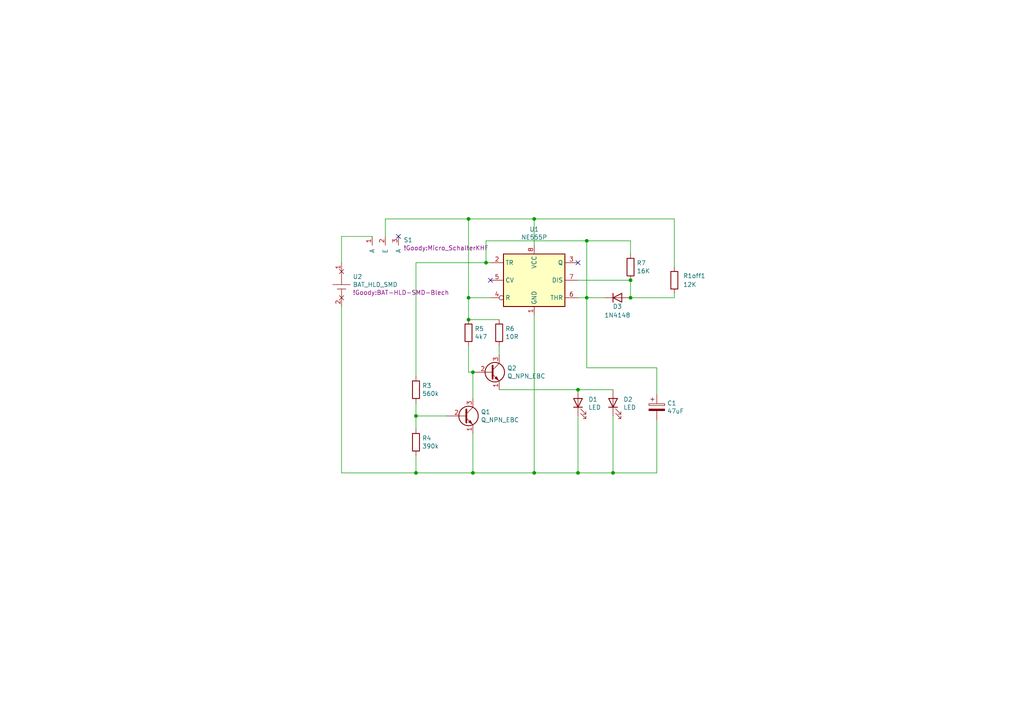
<source format=kicad_sch>
(kicad_sch
	(version 20250114)
	(generator "eeschema")
	(generator_version "9.0")
	(uuid "6b5619f9-57d5-40be-b872-1e5a43e83f10")
	(paper "A4")
	(lib_symbols
		(symbol "!Goody:BAT_HLD_SMD"
			(pin_names
				(offset 1.016)
			)
			(exclude_from_sim no)
			(in_bom yes)
			(on_board yes)
			(property "Reference" "U"
				(at -5.08 0 0)
				(effects
					(font
						(size 1.27 1.27)
					)
				)
			)
			(property "Value" "BAT_HLD_SMD"
				(at -10.16 3.81 0)
				(effects
					(font
						(size 1.27 1.27)
					)
				)
			)
			(property "Footprint" "KHF_LIB:BAT-HLD-SMD"
				(at -15.24 6.35 0)
				(effects
					(font
						(size 1.27 1.27)
					)
				)
			)
			(property "Datasheet" ""
				(at -5.08 0 0)
				(effects
					(font
						(size 1.27 1.27)
					)
					(hide yes)
				)
			)
			(property "Description" "2032 SMD"
				(at 0 0 0)
				(effects
					(font
						(size 1.27 1.27)
					)
					(hide yes)
				)
			)
			(symbol "BAT_HLD_SMD_0_1"
				(rectangle
					(start -1.27 0)
					(end -2.54 0)
					(stroke
						(width 0)
						(type solid)
					)
					(fill
						(type none)
					)
				)
				(rectangle
					(start -1.27 0)
					(end 1.27 0)
					(stroke
						(width 0)
						(type solid)
					)
					(fill
						(type none)
					)
				)
				(rectangle
					(start -1.27 -1.27)
					(end 1.27 -1.27)
					(stroke
						(width 0)
						(type solid)
					)
					(fill
						(type none)
					)
				)
				(polyline
					(pts
						(xy 0 0) (xy 0 3.81)
					)
					(stroke
						(width 0)
						(type solid)
					)
					(fill
						(type none)
					)
				)
				(polyline
					(pts
						(xy 0 -3.81) (xy 0 -1.27)
					)
					(stroke
						(width 0)
						(type solid)
					)
					(fill
						(type none)
					)
				)
				(polyline
					(pts
						(xy 1.27 0) (xy 2.54 0)
					)
					(stroke
						(width 0)
						(type solid)
					)
					(fill
						(type none)
					)
				)
			)
			(symbol "BAT_HLD_SMD_1_1"
				(pin power_out non_logic
					(at 0 6.35 270)
					(length 2.54)
					(name "~"
						(effects
							(font
								(size 1.27 1.27)
							)
						)
					)
					(number "1"
						(effects
							(font
								(size 1.27 1.27)
							)
						)
					)
				)
				(pin power_out non_logic
					(at 0 -6.35 90)
					(length 2.54)
					(name "~"
						(effects
							(font
								(size 1.27 1.27)
							)
						)
					)
					(number "2"
						(effects
							(font
								(size 1.27 1.27)
							)
						)
					)
				)
			)
			(embedded_fonts no)
		)
		(symbol "!Goody:ELKO"
			(pin_numbers
				(hide yes)
			)
			(pin_names
				(offset 0.254)
			)
			(exclude_from_sim no)
			(in_bom yes)
			(on_board yes)
			(property "Reference" "C"
				(at 0.635 2.54 0)
				(effects
					(font
						(size 1.27 1.27)
					)
					(justify left)
				)
			)
			(property "Value" "ELKO"
				(at 0.635 -2.54 0)
				(effects
					(font
						(size 1.27 1.27)
					)
					(justify left)
				)
			)
			(property "Footprint" ""
				(at 0.9652 -3.81 0)
				(effects
					(font
						(size 1.27 1.27)
					)
					(hide yes)
				)
			)
			(property "Datasheet" "~"
				(at 0 0 0)
				(effects
					(font
						(size 1.27 1.27)
					)
					(hide yes)
				)
			)
			(property "Description" "ELKO"
				(at 0 0 0)
				(effects
					(font
						(size 1.27 1.27)
					)
					(hide yes)
				)
			)
			(property "ki_keywords" "cap capacitor"
				(at 0 0 0)
				(effects
					(font
						(size 1.27 1.27)
					)
					(hide yes)
				)
			)
			(property "ki_fp_filters" "CP_*"
				(at 0 0 0)
				(effects
					(font
						(size 1.27 1.27)
					)
					(hide yes)
				)
			)
			(symbol "ELKO_0_1"
				(rectangle
					(start -2.286 0.508)
					(end 2.286 1.016)
					(stroke
						(width 0)
						(type solid)
					)
					(fill
						(type none)
					)
				)
				(polyline
					(pts
						(xy -1.778 2.286) (xy -0.762 2.286)
					)
					(stroke
						(width 0)
						(type solid)
					)
					(fill
						(type none)
					)
				)
				(polyline
					(pts
						(xy -1.27 2.794) (xy -1.27 1.778)
					)
					(stroke
						(width 0)
						(type solid)
					)
					(fill
						(type none)
					)
				)
				(rectangle
					(start 2.286 -0.508)
					(end -2.286 -1.016)
					(stroke
						(width 0)
						(type solid)
					)
					(fill
						(type outline)
					)
				)
			)
			(symbol "ELKO_1_1"
				(pin passive line
					(at 0 3.81 270)
					(length 2.794)
					(name "~"
						(effects
							(font
								(size 1.27 1.27)
							)
						)
					)
					(number "1"
						(effects
							(font
								(size 1.27 1.27)
							)
						)
					)
				)
				(pin passive line
					(at 0 -3.81 90)
					(length 2.794)
					(name "~"
						(effects
							(font
								(size 1.27 1.27)
							)
						)
					)
					(number "2"
						(effects
							(font
								(size 1.27 1.27)
							)
						)
					)
				)
			)
			(embedded_fonts no)
		)
		(symbol "!Goody:LED"
			(pin_numbers
				(hide yes)
			)
			(pin_names
				(offset 1.016)
				(hide yes)
			)
			(exclude_from_sim no)
			(in_bom yes)
			(on_board yes)
			(property "Reference" "D"
				(at 0 2.54 0)
				(effects
					(font
						(size 1.27 1.27)
					)
				)
			)
			(property "Value" "LED"
				(at 2.54 -2.54 90)
				(effects
					(font
						(size 1.27 1.27)
					)
				)
			)
			(property "Footprint" "LED_THT:LED_D5.0mm"
				(at 0 5.08 0)
				(effects
					(font
						(size 1.27 1.27)
					)
					(hide yes)
				)
			)
			(property "Datasheet" ""
				(at 0 -2.54 90)
				(effects
					(font
						(size 1.27 1.27)
					)
					(hide yes)
				)
			)
			(property "Description" "LED 5mm"
				(at 0 0 0)
				(effects
					(font
						(size 1.27 1.27)
					)
					(hide yes)
				)
			)
			(property "ki_fp_filters" "LED* LED_SMD:* LED_THT:*"
				(at 0 0 0)
				(effects
					(font
						(size 1.27 1.27)
					)
					(hide yes)
				)
			)
			(symbol "LED_0_1"
				(polyline
					(pts
						(xy 0 -3.81) (xy 0 -1.27)
					)
					(stroke
						(width 0)
						(type solid)
					)
					(fill
						(type none)
					)
				)
				(polyline
					(pts
						(xy 0.762 -4.318) (xy 2.286 -5.842) (xy 2.286 -5.08) (xy 2.286 -5.842) (xy 1.524 -5.842)
					)
					(stroke
						(width 0)
						(type solid)
					)
					(fill
						(type none)
					)
				)
				(polyline
					(pts
						(xy 0.762 -5.588) (xy 2.286 -7.112) (xy 2.286 -6.35) (xy 2.286 -7.112) (xy 1.524 -7.112)
					)
					(stroke
						(width 0)
						(type solid)
					)
					(fill
						(type none)
					)
				)
				(polyline
					(pts
						(xy 1.27 -1.27) (xy -1.27 -1.27) (xy 0 -3.81) (xy 1.27 -1.27)
					)
					(stroke
						(width 0.254)
						(type solid)
					)
					(fill
						(type none)
					)
				)
				(polyline
					(pts
						(xy 1.27 -3.81) (xy -1.27 -3.81)
					)
					(stroke
						(width 0.254)
						(type solid)
					)
					(fill
						(type none)
					)
				)
			)
			(symbol "LED_1_1"
				(pin passive line
					(at 0 1.27 270)
					(length 2.54)
					(name "A"
						(effects
							(font
								(size 1.27 1.27)
							)
						)
					)
					(number "2"
						(effects
							(font
								(size 1.27 1.27)
							)
						)
					)
				)
				(pin passive line
					(at 0 -6.35 90)
					(length 2.54)
					(name "K"
						(effects
							(font
								(size 1.27 1.27)
							)
						)
					)
					(number "1"
						(effects
							(font
								(size 1.27 1.27)
							)
						)
					)
				)
			)
			(embedded_fonts no)
		)
		(symbol "!Goody:Micro_Schalter"
			(pin_names
				(offset 1.016)
			)
			(exclude_from_sim no)
			(in_bom yes)
			(on_board yes)
			(property "Reference" "S"
				(at 0 0 0)
				(effects
					(font
						(size 1.27 1.27)
					)
				)
			)
			(property "Value" "Micro_Schalter"
				(at 0 5.08 0)
				(effects
					(font
						(size 1.27 1.27)
					)
					(hide yes)
				)
			)
			(property "Footprint" "KHF_LIB:Micro_SchalterKHF"
				(at 0 0 0)
				(effects
					(font
						(size 1.27 1.27)
					)
				)
			)
			(property "Datasheet" ""
				(at 0 0 0)
				(effects
					(font
						(size 1.27 1.27)
					)
					(hide yes)
				)
			)
			(property "Description" "Micro_Schalter"
				(at 0 0 0)
				(effects
					(font
						(size 1.27 1.27)
					)
					(hide yes)
				)
			)
			(symbol "Micro_Schalter_1_1"
				(pin passive line
					(at -3.81 -2.54 270)
					(length 2.54)
					(name "A"
						(effects
							(font
								(size 1.27 1.27)
							)
						)
					)
					(number "1"
						(effects
							(font
								(size 1.27 1.27)
							)
						)
					)
				)
				(pin passive line
					(at 0 -2.54 270)
					(length 2.54)
					(name "E"
						(effects
							(font
								(size 1.27 1.27)
							)
						)
					)
					(number "2"
						(effects
							(font
								(size 1.27 1.27)
							)
						)
					)
				)
				(pin passive line
					(at 3.81 -2.54 270)
					(length 2.54)
					(name "A"
						(effects
							(font
								(size 1.27 1.27)
							)
						)
					)
					(number "3"
						(effects
							(font
								(size 1.27 1.27)
							)
						)
					)
				)
			)
			(embedded_fonts no)
		)
		(symbol "!Goody:R"
			(pin_numbers
				(hide yes)
			)
			(pin_names
				(offset 0)
			)
			(exclude_from_sim no)
			(in_bom yes)
			(on_board yes)
			(property "Reference" "R"
				(at 2.032 0 90)
				(effects
					(font
						(size 1.27 1.27)
					)
				)
			)
			(property "Value" "R"
				(at 0 0 90)
				(effects
					(font
						(size 1.27 1.27)
					)
				)
			)
			(property "Footprint" "Resistor_THT:R_Axial_DIN0411_L9.9mm_D3.6mm_P12.70mm_Horizontal"
				(at -1.778 0 90)
				(effects
					(font
						(size 1.27 1.27)
					)
					(hide yes)
				)
			)
			(property "Datasheet" "~"
				(at 0 0 0)
				(effects
					(font
						(size 1.27 1.27)
					)
					(hide yes)
				)
			)
			(property "Description" "Resistor"
				(at 0 0 0)
				(effects
					(font
						(size 1.27 1.27)
					)
					(hide yes)
				)
			)
			(property "ki_keywords" "R res resistor"
				(at 0 0 0)
				(effects
					(font
						(size 1.27 1.27)
					)
					(hide yes)
				)
			)
			(property "ki_fp_filters" "R_*"
				(at 0 0 0)
				(effects
					(font
						(size 1.27 1.27)
					)
					(hide yes)
				)
			)
			(symbol "R_0_1"
				(rectangle
					(start -1.016 -2.54)
					(end 1.016 2.54)
					(stroke
						(width 0.254)
						(type solid)
					)
					(fill
						(type none)
					)
				)
			)
			(symbol "R_1_1"
				(pin passive line
					(at 0 3.81 270)
					(length 1.27)
					(name "~"
						(effects
							(font
								(size 1.27 1.27)
							)
						)
					)
					(number "1"
						(effects
							(font
								(size 1.27 1.27)
							)
						)
					)
				)
				(pin passive line
					(at 0 -3.81 90)
					(length 1.27)
					(name "~"
						(effects
							(font
								(size 1.27 1.27)
							)
						)
					)
					(number "2"
						(effects
							(font
								(size 1.27 1.27)
							)
						)
					)
				)
			)
			(embedded_fonts no)
		)
		(symbol "Device:Q_NPN_EBC"
			(pin_names
				(offset 0)
				(hide yes)
			)
			(exclude_from_sim no)
			(in_bom yes)
			(on_board yes)
			(property "Reference" "Q"
				(at 5.08 1.27 0)
				(effects
					(font
						(size 1.27 1.27)
					)
					(justify left)
				)
			)
			(property "Value" "Q_NPN_EBC"
				(at 5.08 -1.27 0)
				(effects
					(font
						(size 1.27 1.27)
					)
					(justify left)
				)
			)
			(property "Footprint" ""
				(at 5.08 2.54 0)
				(effects
					(font
						(size 1.27 1.27)
					)
					(hide yes)
				)
			)
			(property "Datasheet" "~"
				(at 0 0 0)
				(effects
					(font
						(size 1.27 1.27)
					)
					(hide yes)
				)
			)
			(property "Description" "NPN transistor, emitter/base/collector"
				(at 0 0 0)
				(effects
					(font
						(size 1.27 1.27)
					)
					(hide yes)
				)
			)
			(property "ki_keywords" "transistor NPN"
				(at 0 0 0)
				(effects
					(font
						(size 1.27 1.27)
					)
					(hide yes)
				)
			)
			(symbol "Q_NPN_EBC_0_1"
				(polyline
					(pts
						(xy 0.635 1.905) (xy 0.635 -1.905) (xy 0.635 -1.905)
					)
					(stroke
						(width 0.508)
						(type default)
					)
					(fill
						(type none)
					)
				)
				(polyline
					(pts
						(xy 0.635 0.635) (xy 2.54 2.54)
					)
					(stroke
						(width 0)
						(type default)
					)
					(fill
						(type none)
					)
				)
				(polyline
					(pts
						(xy 0.635 -0.635) (xy 2.54 -2.54) (xy 2.54 -2.54)
					)
					(stroke
						(width 0)
						(type default)
					)
					(fill
						(type none)
					)
				)
				(circle
					(center 1.27 0)
					(radius 2.8194)
					(stroke
						(width 0.254)
						(type default)
					)
					(fill
						(type none)
					)
				)
				(polyline
					(pts
						(xy 1.27 -1.778) (xy 1.778 -1.27) (xy 2.286 -2.286) (xy 1.27 -1.778) (xy 1.27 -1.778)
					)
					(stroke
						(width 0)
						(type default)
					)
					(fill
						(type outline)
					)
				)
			)
			(symbol "Q_NPN_EBC_1_1"
				(pin passive line
					(at -5.08 0 0)
					(length 5.715)
					(name "B"
						(effects
							(font
								(size 1.27 1.27)
							)
						)
					)
					(number "2"
						(effects
							(font
								(size 1.27 1.27)
							)
						)
					)
				)
				(pin passive line
					(at 2.54 5.08 270)
					(length 2.54)
					(name "C"
						(effects
							(font
								(size 1.27 1.27)
							)
						)
					)
					(number "3"
						(effects
							(font
								(size 1.27 1.27)
							)
						)
					)
				)
				(pin passive line
					(at 2.54 -5.08 90)
					(length 2.54)
					(name "E"
						(effects
							(font
								(size 1.27 1.27)
							)
						)
					)
					(number "1"
						(effects
							(font
								(size 1.27 1.27)
							)
						)
					)
				)
			)
			(embedded_fonts no)
		)
		(symbol "Diode:1N4148"
			(pin_numbers
				(hide yes)
			)
			(pin_names
				(hide yes)
			)
			(exclude_from_sim no)
			(in_bom yes)
			(on_board yes)
			(property "Reference" "D"
				(at 0 2.54 0)
				(effects
					(font
						(size 1.27 1.27)
					)
				)
			)
			(property "Value" "1N4148"
				(at 0 -2.54 0)
				(effects
					(font
						(size 1.27 1.27)
					)
				)
			)
			(property "Footprint" "Diode_THT:D_DO-35_SOD27_P7.62mm_Horizontal"
				(at 0 0 0)
				(effects
					(font
						(size 1.27 1.27)
					)
					(hide yes)
				)
			)
			(property "Datasheet" "https://assets.nexperia.com/documents/data-sheet/1N4148_1N4448.pdf"
				(at 0 0 0)
				(effects
					(font
						(size 1.27 1.27)
					)
					(hide yes)
				)
			)
			(property "Description" "100V 0.15A standard switching diode, DO-35"
				(at 0 0 0)
				(effects
					(font
						(size 1.27 1.27)
					)
					(hide yes)
				)
			)
			(property "Sim.Device" "D"
				(at 0 0 0)
				(effects
					(font
						(size 1.27 1.27)
					)
					(hide yes)
				)
			)
			(property "Sim.Pins" "1=K 2=A"
				(at 0 0 0)
				(effects
					(font
						(size 1.27 1.27)
					)
					(hide yes)
				)
			)
			(property "ki_keywords" "diode"
				(at 0 0 0)
				(effects
					(font
						(size 1.27 1.27)
					)
					(hide yes)
				)
			)
			(property "ki_fp_filters" "D*DO?35*"
				(at 0 0 0)
				(effects
					(font
						(size 1.27 1.27)
					)
					(hide yes)
				)
			)
			(symbol "1N4148_0_1"
				(polyline
					(pts
						(xy -1.27 1.27) (xy -1.27 -1.27)
					)
					(stroke
						(width 0.254)
						(type default)
					)
					(fill
						(type none)
					)
				)
				(polyline
					(pts
						(xy 1.27 1.27) (xy 1.27 -1.27) (xy -1.27 0) (xy 1.27 1.27)
					)
					(stroke
						(width 0.254)
						(type default)
					)
					(fill
						(type none)
					)
				)
				(polyline
					(pts
						(xy 1.27 0) (xy -1.27 0)
					)
					(stroke
						(width 0)
						(type default)
					)
					(fill
						(type none)
					)
				)
			)
			(symbol "1N4148_1_1"
				(pin passive line
					(at -3.81 0 0)
					(length 2.54)
					(name "K"
						(effects
							(font
								(size 1.27 1.27)
							)
						)
					)
					(number "1"
						(effects
							(font
								(size 1.27 1.27)
							)
						)
					)
				)
				(pin passive line
					(at 3.81 0 180)
					(length 2.54)
					(name "A"
						(effects
							(font
								(size 1.27 1.27)
							)
						)
					)
					(number "2"
						(effects
							(font
								(size 1.27 1.27)
							)
						)
					)
				)
			)
			(embedded_fonts no)
		)
		(symbol "Timer:NE555P"
			(exclude_from_sim no)
			(in_bom yes)
			(on_board yes)
			(property "Reference" "U"
				(at -10.16 8.89 0)
				(effects
					(font
						(size 1.27 1.27)
					)
					(justify left)
				)
			)
			(property "Value" "NE555P"
				(at 2.54 8.89 0)
				(effects
					(font
						(size 1.27 1.27)
					)
					(justify left)
				)
			)
			(property "Footprint" "Package_DIP:DIP-8_W7.62mm"
				(at 16.51 -10.16 0)
				(effects
					(font
						(size 1.27 1.27)
					)
					(hide yes)
				)
			)
			(property "Datasheet" "http://www.ti.com/lit/ds/symlink/ne555.pdf"
				(at 21.59 -10.16 0)
				(effects
					(font
						(size 1.27 1.27)
					)
					(hide yes)
				)
			)
			(property "Description" "Precision Timers, 555 compatible,  PDIP-8"
				(at 0 0 0)
				(effects
					(font
						(size 1.27 1.27)
					)
					(hide yes)
				)
			)
			(property "ki_keywords" "single timer 555"
				(at 0 0 0)
				(effects
					(font
						(size 1.27 1.27)
					)
					(hide yes)
				)
			)
			(property "ki_fp_filters" "DIP*W7.62mm*"
				(at 0 0 0)
				(effects
					(font
						(size 1.27 1.27)
					)
					(hide yes)
				)
			)
			(symbol "NE555P_0_0"
				(pin power_in line
					(at 0 10.16 270)
					(length 2.54)
					(name "VCC"
						(effects
							(font
								(size 1.27 1.27)
							)
						)
					)
					(number "8"
						(effects
							(font
								(size 1.27 1.27)
							)
						)
					)
				)
				(pin power_in line
					(at 0 -10.16 90)
					(length 2.54)
					(name "GND"
						(effects
							(font
								(size 1.27 1.27)
							)
						)
					)
					(number "1"
						(effects
							(font
								(size 1.27 1.27)
							)
						)
					)
				)
			)
			(symbol "NE555P_0_1"
				(rectangle
					(start -8.89 -7.62)
					(end 8.89 7.62)
					(stroke
						(width 0.254)
						(type default)
					)
					(fill
						(type background)
					)
				)
				(rectangle
					(start -8.89 -7.62)
					(end 8.89 7.62)
					(stroke
						(width 0.254)
						(type default)
					)
					(fill
						(type background)
					)
				)
			)
			(symbol "NE555P_1_1"
				(pin input line
					(at -12.7 5.08 0)
					(length 3.81)
					(name "TR"
						(effects
							(font
								(size 1.27 1.27)
							)
						)
					)
					(number "2"
						(effects
							(font
								(size 1.27 1.27)
							)
						)
					)
				)
				(pin input line
					(at -12.7 0 0)
					(length 3.81)
					(name "CV"
						(effects
							(font
								(size 1.27 1.27)
							)
						)
					)
					(number "5"
						(effects
							(font
								(size 1.27 1.27)
							)
						)
					)
				)
				(pin input inverted
					(at -12.7 -5.08 0)
					(length 3.81)
					(name "R"
						(effects
							(font
								(size 1.27 1.27)
							)
						)
					)
					(number "4"
						(effects
							(font
								(size 1.27 1.27)
							)
						)
					)
				)
				(pin output line
					(at 12.7 5.08 180)
					(length 3.81)
					(name "Q"
						(effects
							(font
								(size 1.27 1.27)
							)
						)
					)
					(number "3"
						(effects
							(font
								(size 1.27 1.27)
							)
						)
					)
				)
				(pin input line
					(at 12.7 0 180)
					(length 3.81)
					(name "DIS"
						(effects
							(font
								(size 1.27 1.27)
							)
						)
					)
					(number "7"
						(effects
							(font
								(size 1.27 1.27)
							)
						)
					)
				)
				(pin input line
					(at 12.7 -5.08 180)
					(length 3.81)
					(name "THR"
						(effects
							(font
								(size 1.27 1.27)
							)
						)
					)
					(number "6"
						(effects
							(font
								(size 1.27 1.27)
							)
						)
					)
				)
			)
			(embedded_fonts no)
		)
	)
	(junction
		(at 137.16 107.95)
		(diameter 0)
		(color 0 0 0 0)
		(uuid "050a8105-0951-4bda-ac45-01a7341e009a")
	)
	(junction
		(at 154.94 137.16)
		(diameter 0)
		(color 0 0 0 0)
		(uuid "2a183c64-9625-4f86-8a86-aa503533c415")
	)
	(junction
		(at 182.88 86.36)
		(diameter 0)
		(color 0 0 0 0)
		(uuid "2ddf000e-6cf1-4d7b-8b9b-fe2f8638528b")
	)
	(junction
		(at 137.16 137.16)
		(diameter 0)
		(color 0 0 0 0)
		(uuid "44bef9e2-b4a5-4c34-bf4c-acc0826a4c48")
	)
	(junction
		(at 167.64 113.03)
		(diameter 0)
		(color 0 0 0 0)
		(uuid "507cad27-e9e1-4006-8755-cc9ccee2bb58")
	)
	(junction
		(at 170.18 86.36)
		(diameter 0)
		(color 0 0 0 0)
		(uuid "5c3411fd-f4ed-4874-91f1-16c3b72e12bc")
	)
	(junction
		(at 135.89 92.71)
		(diameter 0)
		(color 0 0 0 0)
		(uuid "613037bf-7e98-460b-a125-58029aa0931e")
	)
	(junction
		(at 135.89 86.36)
		(diameter 0)
		(color 0 0 0 0)
		(uuid "8cdd7eae-5d1b-460d-bba2-22b875c21bb5")
	)
	(junction
		(at 135.89 63.5)
		(diameter 0)
		(color 0 0 0 0)
		(uuid "8e76d1c7-7503-4137-8c8b-2683aad87822")
	)
	(junction
		(at 167.64 137.16)
		(diameter 0)
		(color 0 0 0 0)
		(uuid "9344c246-a3a0-4b4a-bd1e-3d981f45be75")
	)
	(junction
		(at 154.94 63.5)
		(diameter 0)
		(color 0 0 0 0)
		(uuid "9d5c3718-53c3-4573-b40c-5f2d9bb9fe46")
	)
	(junction
		(at 182.88 81.28)
		(diameter 0)
		(color 0 0 0 0)
		(uuid "bbbaf4e3-e79c-4518-abf8-3051217cf01d")
	)
	(junction
		(at 120.65 120.65)
		(diameter 0)
		(color 0 0 0 0)
		(uuid "c9d346b7-3a64-4d6e-ac59-cccbbe1862c1")
	)
	(junction
		(at 177.8 137.16)
		(diameter 0)
		(color 0 0 0 0)
		(uuid "cb644ed4-de97-44b7-8731-ac83d7816373")
	)
	(junction
		(at 170.18 69.85)
		(diameter 0)
		(color 0 0 0 0)
		(uuid "dbee181d-b298-4498-abfb-ebca8e0c542c")
	)
	(junction
		(at 140.97 76.2)
		(diameter 0)
		(color 0 0 0 0)
		(uuid "e54d437d-6379-45ec-8d5c-7c1360dbd578")
	)
	(junction
		(at 120.65 137.16)
		(diameter 0)
		(color 0 0 0 0)
		(uuid "ee6c271c-e69c-4cbf-8b54-01b413cdf29e")
	)
	(no_connect
		(at 142.24 81.28)
		(uuid "57f27ffb-4f61-495c-914b-46ca1fd5c576")
	)
	(no_connect
		(at 167.64 76.2)
		(uuid "b9dd07f0-5987-45fc-a9fd-d7940fff2902")
	)
	(no_connect
		(at 115.57 68.58)
		(uuid "e837b593-1df0-4973-9f8c-36ffb4dbc4df")
	)
	(wire
		(pts
			(xy 170.18 86.36) (xy 170.18 106.68)
		)
		(stroke
			(width 0)
			(type default)
		)
		(uuid "04a72def-e52d-4028-b01e-cc3ed79dba72")
	)
	(wire
		(pts
			(xy 167.64 113.03) (xy 177.8 113.03)
		)
		(stroke
			(width 0)
			(type default)
		)
		(uuid "11d27a71-7d33-4f92-8927-47d9f1ee9a7e")
	)
	(wire
		(pts
			(xy 120.65 76.2) (xy 140.97 76.2)
		)
		(stroke
			(width 0)
			(type default)
		)
		(uuid "16cec16b-d091-4167-961d-56e15b1e646e")
	)
	(wire
		(pts
			(xy 170.18 69.85) (xy 140.97 69.85)
		)
		(stroke
			(width 0)
			(type default)
		)
		(uuid "1b6bddfe-c8a1-465f-bd3d-9a97a2d9bc84")
	)
	(wire
		(pts
			(xy 167.64 81.28) (xy 182.88 81.28)
		)
		(stroke
			(width 0)
			(type default)
		)
		(uuid "1e68672a-afbf-43b8-b359-14e2ebce76f5")
	)
	(wire
		(pts
			(xy 167.64 120.65) (xy 167.64 137.16)
		)
		(stroke
			(width 0)
			(type default)
		)
		(uuid "1fc2baa7-04a6-42f1-a463-f47213de229c")
	)
	(wire
		(pts
			(xy 154.94 63.5) (xy 195.58 63.5)
		)
		(stroke
			(width 0)
			(type default)
		)
		(uuid "2f0998f5-cd4d-4a6a-b34a-0e958fa873cc")
	)
	(wire
		(pts
			(xy 170.18 86.36) (xy 167.64 86.36)
		)
		(stroke
			(width 0)
			(type default)
		)
		(uuid "2f86c92f-488c-4746-8722-ac508d1d49bb")
	)
	(wire
		(pts
			(xy 154.94 137.16) (xy 167.64 137.16)
		)
		(stroke
			(width 0)
			(type default)
		)
		(uuid "36848123-630e-45ad-af76-fe3b59e6834a")
	)
	(wire
		(pts
			(xy 195.58 86.36) (xy 195.58 85.09)
		)
		(stroke
			(width 0)
			(type default)
		)
		(uuid "37712e87-96c4-48f9-9493-5d86a705269e")
	)
	(wire
		(pts
			(xy 167.64 137.16) (xy 177.8 137.16)
		)
		(stroke
			(width 0)
			(type default)
		)
		(uuid "3caa8552-0c39-4efb-a35b-36819e5b4be8")
	)
	(wire
		(pts
			(xy 120.65 137.16) (xy 137.16 137.16)
		)
		(stroke
			(width 0)
			(type default)
		)
		(uuid "3db426ed-4882-46e4-ace6-9d2e933a028a")
	)
	(wire
		(pts
			(xy 182.88 73.66) (xy 182.88 69.85)
		)
		(stroke
			(width 0)
			(type default)
		)
		(uuid "3ed597d9-f667-4d08-b20c-e8ed7b40dc4f")
	)
	(wire
		(pts
			(xy 182.88 86.36) (xy 195.58 86.36)
		)
		(stroke
			(width 0)
			(type default)
		)
		(uuid "3f412b15-1871-479d-bf71-e8ce2c55eba2")
	)
	(wire
		(pts
			(xy 167.64 113.03) (xy 144.78 113.03)
		)
		(stroke
			(width 0)
			(type default)
		)
		(uuid "41cfdd54-f281-4f8c-81b6-abf312c210bd")
	)
	(wire
		(pts
			(xy 120.65 124.46) (xy 120.65 120.65)
		)
		(stroke
			(width 0)
			(type default)
		)
		(uuid "41fbf0cd-b713-4877-80da-b1340e7e43b0")
	)
	(wire
		(pts
			(xy 135.89 63.5) (xy 154.94 63.5)
		)
		(stroke
			(width 0)
			(type default)
		)
		(uuid "47e65208-7d47-4894-815c-d30c52842478")
	)
	(wire
		(pts
			(xy 190.5 121.92) (xy 190.5 137.16)
		)
		(stroke
			(width 0)
			(type default)
		)
		(uuid "49afafb1-4729-4ff4-9610-84ab6e1e50a8")
	)
	(wire
		(pts
			(xy 135.89 107.95) (xy 137.16 107.95)
		)
		(stroke
			(width 0)
			(type default)
		)
		(uuid "49d85dc2-2377-47fb-9788-3c16aa44e7d6")
	)
	(wire
		(pts
			(xy 99.06 137.16) (xy 120.65 137.16)
		)
		(stroke
			(width 0)
			(type default)
		)
		(uuid "4cb87d77-27e8-4dbf-8507-d274a556ff68")
	)
	(wire
		(pts
			(xy 175.26 86.36) (xy 170.18 86.36)
		)
		(stroke
			(width 0)
			(type default)
		)
		(uuid "4d5019ab-47df-4f57-ba4c-29546046b416")
	)
	(wire
		(pts
			(xy 190.5 137.16) (xy 177.8 137.16)
		)
		(stroke
			(width 0)
			(type default)
		)
		(uuid "59287c70-8881-43e8-a11e-8f9640a93c43")
	)
	(wire
		(pts
			(xy 135.89 86.36) (xy 135.89 63.5)
		)
		(stroke
			(width 0)
			(type default)
		)
		(uuid "5c40825b-89fc-453d-8461-8f6714419bb7")
	)
	(wire
		(pts
			(xy 129.54 120.65) (xy 120.65 120.65)
		)
		(stroke
			(width 0)
			(type default)
		)
		(uuid "5f433c2b-343a-479c-b4e9-cd05f16891c5")
	)
	(wire
		(pts
			(xy 99.06 88.9) (xy 99.06 137.16)
		)
		(stroke
			(width 0)
			(type default)
		)
		(uuid "5fb02fa9-6add-4d1c-88bc-713bc535d47a")
	)
	(wire
		(pts
			(xy 111.76 68.58) (xy 111.76 63.5)
		)
		(stroke
			(width 0)
			(type default)
		)
		(uuid "64489f32-89cc-47b0-9d4e-bb752958a8fd")
	)
	(wire
		(pts
			(xy 120.65 120.65) (xy 120.65 116.84)
		)
		(stroke
			(width 0)
			(type default)
		)
		(uuid "648b35be-da62-4b03-a896-df734dfb289f")
	)
	(wire
		(pts
			(xy 140.97 76.2) (xy 142.24 76.2)
		)
		(stroke
			(width 0)
			(type default)
		)
		(uuid "67797821-3a9b-421f-b9e4-fefbbda576dc")
	)
	(wire
		(pts
			(xy 144.78 92.71) (xy 135.89 92.71)
		)
		(stroke
			(width 0)
			(type default)
		)
		(uuid "6f3369d2-d588-43e0-9617-355df9692933")
	)
	(wire
		(pts
			(xy 111.76 63.5) (xy 135.89 63.5)
		)
		(stroke
			(width 0)
			(type default)
		)
		(uuid "7587c871-0339-404d-bb2e-d68322329f47")
	)
	(wire
		(pts
			(xy 182.88 69.85) (xy 170.18 69.85)
		)
		(stroke
			(width 0)
			(type default)
		)
		(uuid "761526df-1537-4c61-96a8-5c5de9074017")
	)
	(wire
		(pts
			(xy 154.94 63.5) (xy 154.94 71.12)
		)
		(stroke
			(width 0)
			(type default)
		)
		(uuid "82605b86-e3df-42a8-8fea-2c9093d8a6a6")
	)
	(wire
		(pts
			(xy 177.8 137.16) (xy 177.8 120.65)
		)
		(stroke
			(width 0)
			(type default)
		)
		(uuid "830d72fb-a7e8-48c3-ad8d-4180cdedefac")
	)
	(wire
		(pts
			(xy 135.89 100.33) (xy 135.89 107.95)
		)
		(stroke
			(width 0)
			(type default)
		)
		(uuid "8bc1e317-fbe1-494b-bbba-13ef298c5b5e")
	)
	(wire
		(pts
			(xy 170.18 106.68) (xy 190.5 106.68)
		)
		(stroke
			(width 0)
			(type default)
		)
		(uuid "95f1e176-8ccc-491f-abc8-3a37c0c43869")
	)
	(wire
		(pts
			(xy 137.16 107.95) (xy 137.16 115.57)
		)
		(stroke
			(width 0)
			(type default)
		)
		(uuid "a75047b5-de2e-4ccb-a8e3-35e46f41941f")
	)
	(wire
		(pts
			(xy 107.95 68.58) (xy 99.06 68.58)
		)
		(stroke
			(width 0)
			(type default)
		)
		(uuid "add6523f-a7f1-4fee-8d4b-878fc9576c55")
	)
	(wire
		(pts
			(xy 195.58 63.5) (xy 195.58 77.47)
		)
		(stroke
			(width 0)
			(type default)
		)
		(uuid "bd9f53ec-185f-4ea1-9d18-8d2ad182450b")
	)
	(wire
		(pts
			(xy 142.24 86.36) (xy 135.89 86.36)
		)
		(stroke
			(width 0)
			(type default)
		)
		(uuid "c4fc8d2c-2e04-4c9c-8830-66afe0f17d8f")
	)
	(wire
		(pts
			(xy 137.16 137.16) (xy 154.94 137.16)
		)
		(stroke
			(width 0)
			(type default)
		)
		(uuid "ccf0888e-15ad-4d89-b105-bc7aa1e8c3fb")
	)
	(wire
		(pts
			(xy 190.5 106.68) (xy 190.5 114.3)
		)
		(stroke
			(width 0)
			(type default)
		)
		(uuid "ce16905d-7281-4d2b-86fa-65961303f6ce")
	)
	(wire
		(pts
			(xy 137.16 125.73) (xy 137.16 137.16)
		)
		(stroke
			(width 0)
			(type default)
		)
		(uuid "cf3be8bf-1f46-4b50-9a68-cc1705aab1ee")
	)
	(wire
		(pts
			(xy 144.78 102.87) (xy 144.78 100.33)
		)
		(stroke
			(width 0)
			(type default)
		)
		(uuid "d4c99108-c0a5-40a8-81b5-841c76cb708a")
	)
	(wire
		(pts
			(xy 120.65 76.2) (xy 120.65 109.22)
		)
		(stroke
			(width 0)
			(type default)
		)
		(uuid "daf652be-03fc-41b3-8e3d-8c681da96063")
	)
	(wire
		(pts
			(xy 120.65 132.08) (xy 120.65 137.16)
		)
		(stroke
			(width 0)
			(type default)
		)
		(uuid "e981d29f-712a-419a-8aea-89da4adcca28")
	)
	(wire
		(pts
			(xy 170.18 86.36) (xy 170.18 69.85)
		)
		(stroke
			(width 0)
			(type default)
		)
		(uuid "e9c3d023-9827-4136-87bb-52ee7ab4f446")
	)
	(wire
		(pts
			(xy 154.94 91.44) (xy 154.94 137.16)
		)
		(stroke
			(width 0)
			(type default)
		)
		(uuid "ed093607-8fc2-48d7-a07e-432208dc6237")
	)
	(wire
		(pts
			(xy 135.89 92.71) (xy 135.89 86.36)
		)
		(stroke
			(width 0)
			(type default)
		)
		(uuid "f37e06da-a0f7-4bf7-ac12-a78134c90cce")
	)
	(wire
		(pts
			(xy 182.88 81.28) (xy 182.88 86.36)
		)
		(stroke
			(width 0)
			(type default)
		)
		(uuid "f4ada5fa-2b9a-441c-b829-83b2d4164846")
	)
	(wire
		(pts
			(xy 99.06 68.58) (xy 99.06 76.2)
		)
		(stroke
			(width 0)
			(type default)
		)
		(uuid "f578ca86-0ab3-4206-9725-4a6530e25998")
	)
	(wire
		(pts
			(xy 140.97 69.85) (xy 140.97 76.2)
		)
		(stroke
			(width 0)
			(type default)
		)
		(uuid "fcd54e9c-ecff-4d79-8daf-a9f6084985dd")
	)
	(symbol
		(lib_id "Timer:NE555P")
		(at 154.94 81.28 0)
		(unit 1)
		(exclude_from_sim no)
		(in_bom yes)
		(on_board yes)
		(dnp no)
		(uuid "00000000-0000-0000-0000-000064f9f70a")
		(property "Reference" "U1"
			(at 154.94 66.5226 0)
			(effects
				(font
					(size 1.27 1.27)
				)
			)
		)
		(property "Value" "NE555P"
			(at 154.94 68.834 0)
			(effects
				(font
					(size 1.27 1.27)
				)
			)
		)
		(property "Footprint" "Package_DIP:DIP-8_W7.62mm"
			(at 171.45 91.44 0)
			(effects
				(font
					(size 1.27 1.27)
				)
				(hide yes)
			)
		)
		(property "Datasheet" "http://www.ti.com/lit/ds/symlink/ne555.pdf"
			(at 176.53 91.44 0)
			(effects
				(font
					(size 1.27 1.27)
				)
				(hide yes)
			)
		)
		(property "Description" ""
			(at 154.94 81.28 0)
			(effects
				(font
					(size 1.27 1.27)
				)
			)
		)
		(pin "1"
			(uuid "74da7e86-810c-4641-9c88-6b7d5313d3b5")
		)
		(pin "8"
			(uuid "82781818-99dc-4d08-85d7-46dded14e09e")
		)
		(pin "2"
			(uuid "e62b6303-9aaf-44ae-bc70-322bdb6f96e7")
		)
		(pin "3"
			(uuid "cfc6f40a-2cec-48b5-8729-2e11e2055231")
		)
		(pin "4"
			(uuid "c98748ed-9613-4c27-8435-867b0ff98bbf")
		)
		(pin "5"
			(uuid "57bd1888-210c-4a43-84a5-a5601f71e698")
		)
		(pin "6"
			(uuid "540247ba-b4f2-492e-a559-48d695fc28f0")
		)
		(pin "7"
			(uuid "2bdc23b6-88b7-41ca-a97d-0666bc8e85f3")
		)
		(instances
			(project "Panda"
				(path "/6b5619f9-57d5-40be-b872-1e5a43e83f10"
					(reference "U1")
					(unit 1)
				)
			)
		)
	)
	(symbol
		(lib_id "Diode:1N4148")
		(at 179.07 86.36 0)
		(unit 1)
		(exclude_from_sim no)
		(in_bom yes)
		(on_board yes)
		(dnp no)
		(uuid "00000000-0000-0000-0000-000064f9ff5a")
		(property "Reference" "D3"
			(at 179.07 88.9 0)
			(effects
				(font
					(size 1.27 1.27)
				)
			)
		)
		(property "Value" "1N4148"
			(at 179.07 91.44 0)
			(effects
				(font
					(size 1.27 1.27)
				)
			)
		)
		(property "Footprint" "!Goody:1N4147_P7.62mm_Horizontal"
			(at 179.07 90.805 0)
			(effects
				(font
					(size 1.27 1.27)
				)
				(hide yes)
			)
		)
		(property "Datasheet" "https://assets.nexperia.com/documents/data-sheet/1N4148_1N4448.pdf"
			(at 179.07 86.36 0)
			(effects
				(font
					(size 1.27 1.27)
				)
				(hide yes)
			)
		)
		(property "Description" ""
			(at 179.07 86.36 0)
			(effects
				(font
					(size 1.27 1.27)
				)
			)
		)
		(pin "1"
			(uuid "37370d77-697d-4bff-856b-4c6fd6f27aad")
		)
		(pin "2"
			(uuid "5d51d78e-13d8-47d3-bce1-f9e20a41291d")
		)
		(instances
			(project "Panda"
				(path "/6b5619f9-57d5-40be-b872-1e5a43e83f10"
					(reference "D3")
					(unit 1)
				)
			)
		)
	)
	(symbol
		(lib_id "!Goody:ELKO")
		(at 190.5 118.11 0)
		(unit 1)
		(exclude_from_sim no)
		(in_bom yes)
		(on_board yes)
		(dnp no)
		(uuid "00000000-0000-0000-0000-000064fa140e")
		(property "Reference" "C1"
			(at 193.4972 116.9416 0)
			(effects
				(font
					(size 1.27 1.27)
				)
				(justify left)
			)
		)
		(property "Value" "47uF"
			(at 193.4972 119.253 0)
			(effects
				(font
					(size 1.27 1.27)
				)
				(justify left)
			)
		)
		(property "Footprint" "!Goody:C_Radial_D6.3mm_P2.50mm"
			(at 191.4652 121.92 0)
			(effects
				(font
					(size 1.27 1.27)
				)
				(hide yes)
			)
		)
		(property "Datasheet" "~"
			(at 190.5 118.11 0)
			(effects
				(font
					(size 1.27 1.27)
				)
				(hide yes)
			)
		)
		(property "Description" ""
			(at 190.5 118.11 0)
			(effects
				(font
					(size 1.27 1.27)
				)
			)
		)
		(pin "1"
			(uuid "cc7a2b9e-36bf-494c-b880-a2ffc6e74bbc")
		)
		(pin "2"
			(uuid "45431d58-9c01-4cc0-86e1-4d5348bf4fa6")
		)
		(instances
			(project "Panda"
				(path "/6b5619f9-57d5-40be-b872-1e5a43e83f10"
					(reference "C1")
					(unit 1)
				)
			)
		)
	)
	(symbol
		(lib_id "!Goody:R")
		(at 120.65 113.03 0)
		(unit 1)
		(exclude_from_sim no)
		(in_bom yes)
		(on_board yes)
		(dnp no)
		(uuid "00000000-0000-0000-0000-000064fa24a9")
		(property "Reference" "R3"
			(at 122.428 111.8616 0)
			(effects
				(font
					(size 1.27 1.27)
				)
				(justify left)
			)
		)
		(property "Value" "560k"
			(at 122.428 114.173 0)
			(effects
				(font
					(size 1.27 1.27)
				)
				(justify left)
			)
		)
		(property "Footprint" "Resistor_THT:R_Axial_DIN0207_L6.3mm_D2.5mm_P10.16mm_Horizontal"
			(at 118.872 113.03 90)
			(effects
				(font
					(size 1.27 1.27)
				)
				(hide yes)
			)
		)
		(property "Datasheet" "~"
			(at 120.65 113.03 0)
			(effects
				(font
					(size 1.27 1.27)
				)
				(hide yes)
			)
		)
		(property "Description" ""
			(at 120.65 113.03 0)
			(effects
				(font
					(size 1.27 1.27)
				)
			)
		)
		(pin "1"
			(uuid "37da9d2a-80cf-433d-8cb0-19a026ff6e1c")
		)
		(pin "2"
			(uuid "b8ab7582-e1b8-474b-8862-15918d7429a9")
		)
		(instances
			(project "Panda"
				(path "/6b5619f9-57d5-40be-b872-1e5a43e83f10"
					(reference "R3")
					(unit 1)
				)
			)
		)
	)
	(symbol
		(lib_id "!Goody:R")
		(at 120.65 128.27 0)
		(unit 1)
		(exclude_from_sim no)
		(in_bom yes)
		(on_board yes)
		(dnp no)
		(uuid "00000000-0000-0000-0000-000064fa3399")
		(property "Reference" "R4"
			(at 122.428 127.1016 0)
			(effects
				(font
					(size 1.27 1.27)
				)
				(justify left)
			)
		)
		(property "Value" "390k"
			(at 122.428 129.413 0)
			(effects
				(font
					(size 1.27 1.27)
				)
				(justify left)
			)
		)
		(property "Footprint" "Resistor_THT:R_Axial_DIN0207_L6.3mm_D2.5mm_P10.16mm_Horizontal"
			(at 118.872 128.27 90)
			(effects
				(font
					(size 1.27 1.27)
				)
				(hide yes)
			)
		)
		(property "Datasheet" "~"
			(at 120.65 128.27 0)
			(effects
				(font
					(size 1.27 1.27)
				)
				(hide yes)
			)
		)
		(property "Description" ""
			(at 120.65 128.27 0)
			(effects
				(font
					(size 1.27 1.27)
				)
			)
		)
		(pin "1"
			(uuid "1e55646e-c817-4cc3-ba2e-1d9c73a2fbd9")
		)
		(pin "2"
			(uuid "f66c6906-8a08-4a63-a484-fd25b36fcd8d")
		)
		(instances
			(project "Panda"
				(path "/6b5619f9-57d5-40be-b872-1e5a43e83f10"
					(reference "R4")
					(unit 1)
				)
			)
		)
	)
	(symbol
		(lib_id "Device:Q_NPN_EBC")
		(at 134.62 120.65 0)
		(unit 1)
		(exclude_from_sim no)
		(in_bom yes)
		(on_board yes)
		(dnp no)
		(uuid "00000000-0000-0000-0000-000064fa371b")
		(property "Reference" "Q1"
			(at 139.4714 119.4816 0)
			(effects
				(font
					(size 1.27 1.27)
				)
				(justify left)
			)
		)
		(property "Value" "Q_NPN_EBC"
			(at 139.4714 121.793 0)
			(effects
				(font
					(size 1.27 1.27)
				)
				(justify left)
			)
		)
		(property "Footprint" "!Goody:TO-92L_Wide"
			(at 139.7 118.11 0)
			(effects
				(font
					(size 1.27 1.27)
				)
				(hide yes)
			)
		)
		(property "Datasheet" "~"
			(at 134.62 120.65 0)
			(effects
				(font
					(size 1.27 1.27)
				)
				(hide yes)
			)
		)
		(property "Description" ""
			(at 134.62 120.65 0)
			(effects
				(font
					(size 1.27 1.27)
				)
			)
		)
		(pin "1"
			(uuid "7fa41cff-a3c9-4ad9-8563-eb01d0b7978a")
		)
		(pin "2"
			(uuid "91373526-9628-48a1-bbc2-ffb32b960ef3")
		)
		(pin "3"
			(uuid "b895d414-5d55-4657-9e61-51dca46af7d4")
		)
		(instances
			(project "Panda"
				(path "/6b5619f9-57d5-40be-b872-1e5a43e83f10"
					(reference "Q1")
					(unit 1)
				)
			)
		)
	)
	(symbol
		(lib_id "Device:Q_NPN_EBC")
		(at 142.24 107.95 0)
		(unit 1)
		(exclude_from_sim no)
		(in_bom yes)
		(on_board yes)
		(dnp no)
		(uuid "00000000-0000-0000-0000-000064fa3d42")
		(property "Reference" "Q2"
			(at 147.0914 106.7816 0)
			(effects
				(font
					(size 1.27 1.27)
				)
				(justify left)
			)
		)
		(property "Value" "Q_NPN_EBC"
			(at 147.0914 109.093 0)
			(effects
				(font
					(size 1.27 1.27)
				)
				(justify left)
			)
		)
		(property "Footprint" "!Goody:TO-92L_Wide"
			(at 147.32 105.41 0)
			(effects
				(font
					(size 1.27 1.27)
				)
				(hide yes)
			)
		)
		(property "Datasheet" "~"
			(at 142.24 107.95 0)
			(effects
				(font
					(size 1.27 1.27)
				)
				(hide yes)
			)
		)
		(property "Description" ""
			(at 142.24 107.95 0)
			(effects
				(font
					(size 1.27 1.27)
				)
			)
		)
		(pin "1"
			(uuid "0248ea93-9795-4051-ae34-71fa941321d5")
		)
		(pin "2"
			(uuid "99d8505e-12a1-4575-9cff-7c06b2d8e8c7")
		)
		(pin "3"
			(uuid "49d796b7-5ce5-4456-bcc8-e1d21dd373cf")
		)
		(instances
			(project "Panda"
				(path "/6b5619f9-57d5-40be-b872-1e5a43e83f10"
					(reference "Q2")
					(unit 1)
				)
			)
		)
	)
	(symbol
		(lib_id "!Goody:LED")
		(at 167.64 114.3 0)
		(unit 1)
		(exclude_from_sim no)
		(in_bom yes)
		(on_board yes)
		(dnp no)
		(uuid "00000000-0000-0000-0000-000064fa754a")
		(property "Reference" "D1"
			(at 170.6372 115.8494 0)
			(effects
				(font
					(size 1.27 1.27)
				)
				(justify left)
			)
		)
		(property "Value" "LED"
			(at 170.6372 118.1608 0)
			(effects
				(font
					(size 1.27 1.27)
				)
				(justify left)
			)
		)
		(property "Footprint" "!Goody:LED_D3.0mm"
			(at 167.64 109.22 0)
			(effects
				(font
					(size 1.27 1.27)
				)
				(hide yes)
			)
		)
		(property "Datasheet" ""
			(at 167.64 116.84 90)
			(effects
				(font
					(size 1.27 1.27)
				)
				(hide yes)
			)
		)
		(property "Description" ""
			(at 167.64 114.3 0)
			(effects
				(font
					(size 1.27 1.27)
				)
			)
		)
		(pin "1"
			(uuid "f42ac44b-9d81-4601-8d06-84e94a9c39c2")
		)
		(pin "2"
			(uuid "f886767c-42c2-4d8b-8351-651c4df1c135")
		)
		(instances
			(project "Panda"
				(path "/6b5619f9-57d5-40be-b872-1e5a43e83f10"
					(reference "D1")
					(unit 1)
				)
			)
		)
	)
	(symbol
		(lib_id "!Goody:LED")
		(at 177.8 114.3 0)
		(unit 1)
		(exclude_from_sim no)
		(in_bom yes)
		(on_board yes)
		(dnp no)
		(uuid "00000000-0000-0000-0000-000064fa7a13")
		(property "Reference" "D2"
			(at 180.7972 115.8494 0)
			(effects
				(font
					(size 1.27 1.27)
				)
				(justify left)
			)
		)
		(property "Value" "LED"
			(at 180.7972 118.1608 0)
			(effects
				(font
					(size 1.27 1.27)
				)
				(justify left)
			)
		)
		(property "Footprint" "!Goody:LED_D3.0mm"
			(at 177.8 109.22 0)
			(effects
				(font
					(size 1.27 1.27)
				)
				(hide yes)
			)
		)
		(property "Datasheet" ""
			(at 177.8 116.84 90)
			(effects
				(font
					(size 1.27 1.27)
				)
				(hide yes)
			)
		)
		(property "Description" ""
			(at 177.8 114.3 0)
			(effects
				(font
					(size 1.27 1.27)
				)
			)
		)
		(pin "1"
			(uuid "5bdbd98f-1ad2-44fb-bf76-316fe2444aea")
		)
		(pin "2"
			(uuid "b50a5ccc-c1cf-4fa2-868c-109d292d7a66")
		)
		(instances
			(project "Panda"
				(path "/6b5619f9-57d5-40be-b872-1e5a43e83f10"
					(reference "D2")
					(unit 1)
				)
			)
		)
	)
	(symbol
		(lib_id "!Goody:BAT_HLD_SMD")
		(at 99.06 82.55 0)
		(unit 1)
		(exclude_from_sim no)
		(in_bom yes)
		(on_board yes)
		(dnp no)
		(uuid "00000000-0000-0000-0000-000064fa7ccc")
		(property "Reference" "U2"
			(at 102.3112 80.2386 0)
			(effects
				(font
					(size 1.27 1.27)
				)
				(justify left)
			)
		)
		(property "Value" "BAT_HLD_SMD"
			(at 102.3112 82.55 0)
			(effects
				(font
					(size 1.27 1.27)
				)
				(justify left)
			)
		)
		(property "Footprint" "!Goody:BAT-HLD-SMD-Blech"
			(at 102.3112 84.8614 0)
			(effects
				(font
					(size 1.27 1.27)
				)
				(justify left)
			)
		)
		(property "Datasheet" ""
			(at 93.98 82.55 0)
			(effects
				(font
					(size 1.27 1.27)
				)
				(hide yes)
			)
		)
		(property "Description" ""
			(at 99.06 82.55 0)
			(effects
				(font
					(size 1.27 1.27)
				)
			)
		)
		(pin "1"
			(uuid "f25eda0b-756a-431d-9307-6cf6a4c32c48")
		)
		(pin "2"
			(uuid "cbd90afc-db02-4a44-a685-e85dc1dbb84e")
		)
		(instances
			(project "Panda"
				(path "/6b5619f9-57d5-40be-b872-1e5a43e83f10"
					(reference "U2")
					(unit 1)
				)
			)
		)
	)
	(symbol
		(lib_id "!Goody:Micro_Schalter")
		(at 111.76 66.04 0)
		(unit 1)
		(exclude_from_sim no)
		(in_bom yes)
		(on_board yes)
		(dnp no)
		(uuid "00000000-0000-0000-0000-000064fa8e01")
		(property "Reference" "S1"
			(at 117.0432 69.6214 0)
			(effects
				(font
					(size 1.27 1.27)
				)
				(justify left)
			)
		)
		(property "Value" "Micro_Schalter"
			(at 111.76 60.96 0)
			(effects
				(font
					(size 1.27 1.27)
				)
				(hide yes)
			)
		)
		(property "Footprint" "!Goody:Micro_SchalterKHF"
			(at 117.0432 71.9328 0)
			(effects
				(font
					(size 1.27 1.27)
				)
				(justify left)
			)
		)
		(property "Datasheet" ""
			(at 111.76 66.04 0)
			(effects
				(font
					(size 1.27 1.27)
				)
				(hide yes)
			)
		)
		(property "Description" ""
			(at 111.76 66.04 0)
			(effects
				(font
					(size 1.27 1.27)
				)
			)
		)
		(pin "1"
			(uuid "c3afef01-ba02-49c8-95d7-1778acbb1937")
		)
		(pin "2"
			(uuid "80d9a9c1-0ebd-46d8-8321-e61236ac320c")
		)
		(pin "3"
			(uuid "619da69a-e421-48f9-80fd-36017b65f181")
		)
		(instances
			(project "Panda"
				(path "/6b5619f9-57d5-40be-b872-1e5a43e83f10"
					(reference "S1")
					(unit 1)
				)
			)
		)
	)
	(symbol
		(lib_id "!Goody:R")
		(at 144.78 96.52 0)
		(unit 1)
		(exclude_from_sim no)
		(in_bom yes)
		(on_board yes)
		(dnp no)
		(uuid "00000000-0000-0000-0000-000064fabe4c")
		(property "Reference" "R6"
			(at 146.558 95.3516 0)
			(effects
				(font
					(size 1.27 1.27)
				)
				(justify left)
			)
		)
		(property "Value" "10R"
			(at 146.558 97.663 0)
			(effects
				(font
					(size 1.27 1.27)
				)
				(justify left)
			)
		)
		(property "Footprint" "Resistor_THT:R_Axial_DIN0207_L6.3mm_D2.5mm_P10.16mm_Horizontal"
			(at 143.002 96.52 90)
			(effects
				(font
					(size 1.27 1.27)
				)
				(hide yes)
			)
		)
		(property "Datasheet" "~"
			(at 144.78 96.52 0)
			(effects
				(font
					(size 1.27 1.27)
				)
				(hide yes)
			)
		)
		(property "Description" ""
			(at 144.78 96.52 0)
			(effects
				(font
					(size 1.27 1.27)
				)
			)
		)
		(pin "1"
			(uuid "7fa17063-c1c2-48a0-b8f6-b06dddf6e620")
		)
		(pin "2"
			(uuid "f5cd1912-01e6-47a5-9306-70a02e47a69c")
		)
		(instances
			(project "Panda"
				(path "/6b5619f9-57d5-40be-b872-1e5a43e83f10"
					(reference "R6")
					(unit 1)
				)
			)
		)
	)
	(symbol
		(lib_id "!Goody:R")
		(at 135.89 96.52 0)
		(unit 1)
		(exclude_from_sim no)
		(in_bom yes)
		(on_board yes)
		(dnp no)
		(uuid "00000000-0000-0000-0000-000064fbc7f7")
		(property "Reference" "R5"
			(at 137.668 95.3516 0)
			(effects
				(font
					(size 1.27 1.27)
				)
				(justify left)
			)
		)
		(property "Value" "4k7"
			(at 137.668 97.663 0)
			(effects
				(font
					(size 1.27 1.27)
				)
				(justify left)
			)
		)
		(property "Footprint" "Resistor_THT:R_Axial_DIN0207_L6.3mm_D2.5mm_P10.16mm_Horizontal"
			(at 134.112 96.52 90)
			(effects
				(font
					(size 1.27 1.27)
				)
				(hide yes)
			)
		)
		(property "Datasheet" "~"
			(at 135.89 96.52 0)
			(effects
				(font
					(size 1.27 1.27)
				)
				(hide yes)
			)
		)
		(property "Description" ""
			(at 135.89 96.52 0)
			(effects
				(font
					(size 1.27 1.27)
				)
			)
		)
		(pin "1"
			(uuid "6cc57605-88b7-48c5-b2d9-7faa9f2cb5a9")
		)
		(pin "2"
			(uuid "b70e8901-855b-4c0b-9c88-0886c104cdb1")
		)
		(instances
			(project "Panda"
				(path "/6b5619f9-57d5-40be-b872-1e5a43e83f10"
					(reference "R5")
					(unit 1)
				)
			)
		)
	)
	(symbol
		(lib_id "!Goody:R")
		(at 182.88 77.47 0)
		(unit 1)
		(exclude_from_sim no)
		(in_bom yes)
		(on_board yes)
		(dnp no)
		(uuid "00000000-0000-0000-0000-0000652252de")
		(property "Reference" "R7"
			(at 184.658 76.3016 0)
			(effects
				(font
					(size 1.27 1.27)
				)
				(justify left)
			)
		)
		(property "Value" "16K"
			(at 184.658 78.613 0)
			(effects
				(font
					(size 1.27 1.27)
				)
				(justify left)
			)
		)
		(property "Footprint" "Resistor_THT:R_Axial_DIN0207_L6.3mm_D2.5mm_P10.16mm_Horizontal"
			(at 181.102 77.47 90)
			(effects
				(font
					(size 1.27 1.27)
				)
				(hide yes)
			)
		)
		(property "Datasheet" "~"
			(at 182.88 77.47 0)
			(effects
				(font
					(size 1.27 1.27)
				)
				(hide yes)
			)
		)
		(property "Description" ""
			(at 182.88 77.47 0)
			(effects
				(font
					(size 1.27 1.27)
				)
			)
		)
		(pin "1"
			(uuid "9c26ede6-94ad-4135-9317-f852d722d237")
		)
		(pin "2"
			(uuid "dd2074fc-009b-4cf1-a08c-ecff84b63f51")
		)
		(instances
			(project "Panda"
				(path "/6b5619f9-57d5-40be-b872-1e5a43e83f10"
					(reference "R7")
					(unit 1)
				)
			)
		)
	)
	(symbol
		(lib_id "!Goody:R")
		(at 195.58 81.28 0)
		(unit 1)
		(exclude_from_sim no)
		(in_bom yes)
		(on_board yes)
		(dnp no)
		(fields_autoplaced yes)
		(uuid "195c4eee-54a3-4fc1-b9c1-5d5b0b87d634")
		(property "Reference" "R1off1"
			(at 198.12 80.01 0)
			(effects
				(font
					(size 1.27 1.27)
				)
				(justify left)
			)
		)
		(property "Value" "12K"
			(at 198.12 82.55 0)
			(effects
				(font
					(size 1.27 1.27)
				)
				(justify left)
			)
		)
		(property "Footprint" "Resistor_THT:R_Axial_DIN0207_L6.3mm_D2.5mm_P10.16mm_Horizontal"
			(at 193.802 81.28 90)
			(effects
				(font
					(size 1.27 1.27)
				)
				(hide yes)
			)
		)
		(property "Datasheet" "~"
			(at 195.58 81.28 0)
			(effects
				(font
					(size 1.27 1.27)
				)
				(hide yes)
			)
		)
		(property "Description" ""
			(at 195.58 81.28 0)
			(effects
				(font
					(size 1.27 1.27)
				)
			)
		)
		(pin "1"
			(uuid "b3788a46-4665-4a54-8ce0-0f098bef6310")
		)
		(pin "2"
			(uuid "8a441641-a24a-42e9-a536-4a4087b100c1")
		)
		(instances
			(project "Panda"
				(path "/6b5619f9-57d5-40be-b872-1e5a43e83f10"
					(reference "R1off1")
					(unit 1)
				)
			)
		)
	)
	(sheet_instances
		(path "/"
			(page "1")
		)
	)
	(embedded_fonts no)
)

</source>
